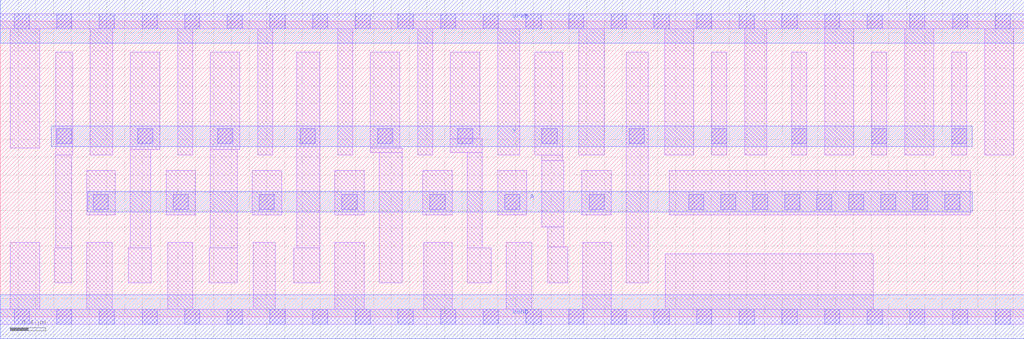
<source format=lef>
# Copyright 2020 The SkyWater PDK Authors
#
# Licensed under the Apache License, Version 2.0 (the "License");
# you may not use this file except in compliance with the License.
# You may obtain a copy of the License at
#
#     https://www.apache.org/licenses/LICENSE-2.0
#
# Unless required by applicable law or agreed to in writing, software
# distributed under the License is distributed on an "AS IS" BASIS,
# WITHOUT WARRANTIES OR CONDITIONS OF ANY KIND, either express or implied.
# See the License for the specific language governing permissions and
# limitations under the License.
#
# SPDX-License-Identifier: Apache-2.0

VERSION 5.7 ;
  NAMESCASESENSITIVE ON ;
  NOWIREEXTENSIONATPIN ON ;
  DIVIDERCHAR "/" ;
  BUSBITCHARS "[]" ;
UNITS
  DATABASE MICRONS 200 ;
END UNITS
MACRO sky130_fd_sc_ls__clkinv_16
  CLASS CORE ;
  FOREIGN sky130_fd_sc_ls__clkinv_16 ;
  ORIGIN  0.000000  0.000000 ;
  SIZE  11.52000 BY  3.330000 ;
  SYMMETRY X Y ;
  SITE unit ;
  PIN A
    ANTENNAGATEAREA  5.040000 ;
    DIRECTION INPUT ;
    USE SIGNAL ;
    PORT
      LAYER met1 ;
        RECT 0.985000 1.180000 10.935000 1.410000 ;
    END
  END A
  PIN Y
    ANTENNADIFFAREA  5.040000 ;
    DIRECTION OUTPUT ;
    USE SIGNAL ;
    PORT
      LAYER met1 ;
        RECT 0.575000 1.920000 10.935000 2.150000 ;
    END
  END Y
  PIN VGND
    DIRECTION INOUT ;
    SHAPE ABUTMENT ;
    USE GROUND ;
    PORT
      LAYER met1 ;
        RECT 0.000000 -0.245000 11.520000 0.245000 ;
    END
  END VGND
  PIN VPWR
    DIRECTION INOUT ;
    SHAPE ABUTMENT ;
    USE POWER ;
    PORT
      LAYER met1 ;
        RECT 0.000000 3.085000 11.520000 3.575000 ;
    END
  END VPWR
  OBS
    LAYER li1 ;
      RECT  0.000000 -0.085000 11.520000 0.085000 ;
      RECT  0.000000  3.245000 11.520000 3.415000 ;
      RECT  0.115000  0.085000  0.445000 0.840000 ;
      RECT  0.115000  1.900000  0.445000 3.245000 ;
      RECT  0.615000  0.380000  0.805000 0.775000 ;
      RECT  0.625000  0.775000  0.805000 1.820000 ;
      RECT  0.625000  1.820000  0.815000 2.980000 ;
      RECT  0.975000  0.085000  1.260000 0.840000 ;
      RECT  0.975000  1.150000  1.295000 1.650000 ;
      RECT  1.015000  1.820000  1.265000 3.245000 ;
      RECT  1.440000  0.380000  1.700000 0.775000 ;
      RECT  1.465000  0.775000  1.695000 1.885000 ;
      RECT  1.465000  1.885000  1.795000 2.980000 ;
      RECT  1.865000  1.150000  2.195000 1.650000 ;
      RECT  1.885000  0.085000  2.165000 0.840000 ;
      RECT  1.995000  1.820000  2.165000 3.245000 ;
      RECT  2.350000  0.380000  2.665000 0.775000 ;
      RECT  2.365000  0.775000  2.665000 1.885000 ;
      RECT  2.365000  1.885000  2.695000 2.980000 ;
      RECT  2.835000  1.150000  3.165000 1.650000 ;
      RECT  2.845000  0.085000  3.095000 0.840000 ;
      RECT  2.895000  1.820000  3.065000 3.245000 ;
      RECT  3.300000  0.380000  3.595000 0.775000 ;
      RECT  3.335000  0.775000  3.595000 2.980000 ;
      RECT  3.765000  0.085000  4.095000 0.840000 ;
      RECT  3.765000  1.150000  4.095000 1.650000 ;
      RECT  3.795000  1.820000  3.965000 3.245000 ;
      RECT  4.165000  1.850000  4.525000 1.900000 ;
      RECT  4.165000  1.900000  4.495000 2.980000 ;
      RECT  4.265000  0.380000  4.525000 1.850000 ;
      RECT  4.695000  1.820000  4.865000 3.245000 ;
      RECT  4.755000  1.150000  5.085000 1.650000 ;
      RECT  4.765000  0.085000  5.085000 0.840000 ;
      RECT  5.065000  1.850000  5.425000 2.010000 ;
      RECT  5.065000  2.010000  5.395000 2.980000 ;
      RECT  5.255000  0.380000  5.525000 0.775000 ;
      RECT  5.255000  0.775000  5.425000 1.850000 ;
      RECT  5.595000  1.150000  5.925000 1.650000 ;
      RECT  5.595000  1.820000  5.845000 3.245000 ;
      RECT  5.695000  0.085000  5.980000 0.840000 ;
      RECT  6.015000  1.820000  6.330000 2.980000 ;
      RECT  6.095000  1.010000  6.340000 1.760000 ;
      RECT  6.095000  1.760000  6.330000 1.820000 ;
      RECT  6.160000  0.380000  6.385000 0.785000 ;
      RECT  6.160000  0.785000  6.340000 1.010000 ;
      RECT  6.510000  1.820000  6.795000 3.245000 ;
      RECT  6.545000  1.150000  6.875000 1.650000 ;
      RECT  6.555000  0.085000  6.875000 0.840000 ;
      RECT  7.045000  0.380000  7.290000 2.980000 ;
      RECT  7.475000  1.820000  7.805000 3.245000 ;
      RECT  7.485000  0.085000  9.825000 0.710000 ;
      RECT  7.525000  1.150000 10.915000 1.650000 ;
      RECT  8.005000  1.820000  8.175000 2.980000 ;
      RECT  8.375000  1.820000  8.625000 3.245000 ;
      RECT  8.905000  1.820000  9.075000 2.980000 ;
      RECT  9.275000  1.820000  9.605000 3.245000 ;
      RECT  9.805000  1.820000  9.975000 2.980000 ;
      RECT 10.175000  1.820000 10.505000 3.245000 ;
      RECT 10.705000  1.820000 10.875000 2.980000 ;
      RECT 11.075000  1.820000 11.405000 3.245000 ;
    LAYER mcon ;
      RECT  0.155000 -0.085000  0.325000 0.085000 ;
      RECT  0.155000  3.245000  0.325000 3.415000 ;
      RECT  0.635000 -0.085000  0.805000 0.085000 ;
      RECT  0.635000  1.950000  0.805000 2.120000 ;
      RECT  0.635000  3.245000  0.805000 3.415000 ;
      RECT  1.045000  1.210000  1.215000 1.380000 ;
      RECT  1.115000 -0.085000  1.285000 0.085000 ;
      RECT  1.115000  3.245000  1.285000 3.415000 ;
      RECT  1.545000  1.950000  1.715000 2.120000 ;
      RECT  1.595000 -0.085000  1.765000 0.085000 ;
      RECT  1.595000  3.245000  1.765000 3.415000 ;
      RECT  1.945000  1.210000  2.115000 1.380000 ;
      RECT  2.075000 -0.085000  2.245000 0.085000 ;
      RECT  2.075000  3.245000  2.245000 3.415000 ;
      RECT  2.445000  1.950000  2.615000 2.120000 ;
      RECT  2.555000 -0.085000  2.725000 0.085000 ;
      RECT  2.555000  3.245000  2.725000 3.415000 ;
      RECT  2.915000  1.210000  3.085000 1.380000 ;
      RECT  3.035000 -0.085000  3.205000 0.085000 ;
      RECT  3.035000  3.245000  3.205000 3.415000 ;
      RECT  3.375000  1.950000  3.545000 2.120000 ;
      RECT  3.515000 -0.085000  3.685000 0.085000 ;
      RECT  3.515000  3.245000  3.685000 3.415000 ;
      RECT  3.845000  1.210000  4.015000 1.380000 ;
      RECT  3.995000 -0.085000  4.165000 0.085000 ;
      RECT  3.995000  3.245000  4.165000 3.415000 ;
      RECT  4.245000  1.950000  4.415000 2.120000 ;
      RECT  4.475000 -0.085000  4.645000 0.085000 ;
      RECT  4.475000  3.245000  4.645000 3.415000 ;
      RECT  4.835000  1.210000  5.005000 1.380000 ;
      RECT  4.955000 -0.085000  5.125000 0.085000 ;
      RECT  4.955000  3.245000  5.125000 3.415000 ;
      RECT  5.145000  1.950000  5.315000 2.120000 ;
      RECT  5.435000 -0.085000  5.605000 0.085000 ;
      RECT  5.435000  3.245000  5.605000 3.415000 ;
      RECT  5.675000  1.210000  5.845000 1.380000 ;
      RECT  5.915000 -0.085000  6.085000 0.085000 ;
      RECT  5.915000  3.245000  6.085000 3.415000 ;
      RECT  6.095000  1.950000  6.265000 2.120000 ;
      RECT  6.395000 -0.085000  6.565000 0.085000 ;
      RECT  6.395000  3.245000  6.565000 3.415000 ;
      RECT  6.625000  1.210000  6.795000 1.380000 ;
      RECT  6.875000 -0.085000  7.045000 0.085000 ;
      RECT  6.875000  3.245000  7.045000 3.415000 ;
      RECT  7.075000  1.950000  7.245000 2.120000 ;
      RECT  7.355000 -0.085000  7.525000 0.085000 ;
      RECT  7.355000  3.245000  7.525000 3.415000 ;
      RECT  7.745000  1.210000  7.915000 1.380000 ;
      RECT  7.835000 -0.085000  8.005000 0.085000 ;
      RECT  7.835000  3.245000  8.005000 3.415000 ;
      RECT  8.005000  1.950000  8.175000 2.120000 ;
      RECT  8.105000  1.210000  8.275000 1.380000 ;
      RECT  8.315000 -0.085000  8.485000 0.085000 ;
      RECT  8.315000  3.245000  8.485000 3.415000 ;
      RECT  8.465000  1.210000  8.635000 1.380000 ;
      RECT  8.795000 -0.085000  8.965000 0.085000 ;
      RECT  8.795000  3.245000  8.965000 3.415000 ;
      RECT  8.825000  1.210000  8.995000 1.380000 ;
      RECT  8.905000  1.950000  9.075000 2.120000 ;
      RECT  9.185000  1.210000  9.355000 1.380000 ;
      RECT  9.275000 -0.085000  9.445000 0.085000 ;
      RECT  9.275000  3.245000  9.445000 3.415000 ;
      RECT  9.545000  1.210000  9.715000 1.380000 ;
      RECT  9.755000 -0.085000  9.925000 0.085000 ;
      RECT  9.755000  3.245000  9.925000 3.415000 ;
      RECT  9.805000  1.950000  9.975000 2.120000 ;
      RECT  9.905000  1.210000 10.075000 1.380000 ;
      RECT 10.235000 -0.085000 10.405000 0.085000 ;
      RECT 10.235000  3.245000 10.405000 3.415000 ;
      RECT 10.265000  1.210000 10.435000 1.380000 ;
      RECT 10.625000  1.210000 10.795000 1.380000 ;
      RECT 10.705000  1.950000 10.875000 2.120000 ;
      RECT 10.715000 -0.085000 10.885000 0.085000 ;
      RECT 10.715000  3.245000 10.885000 3.415000 ;
      RECT 11.195000 -0.085000 11.365000 0.085000 ;
      RECT 11.195000  3.245000 11.365000 3.415000 ;
  END
END sky130_fd_sc_ls__clkinv_16
END LIBRARY

</source>
